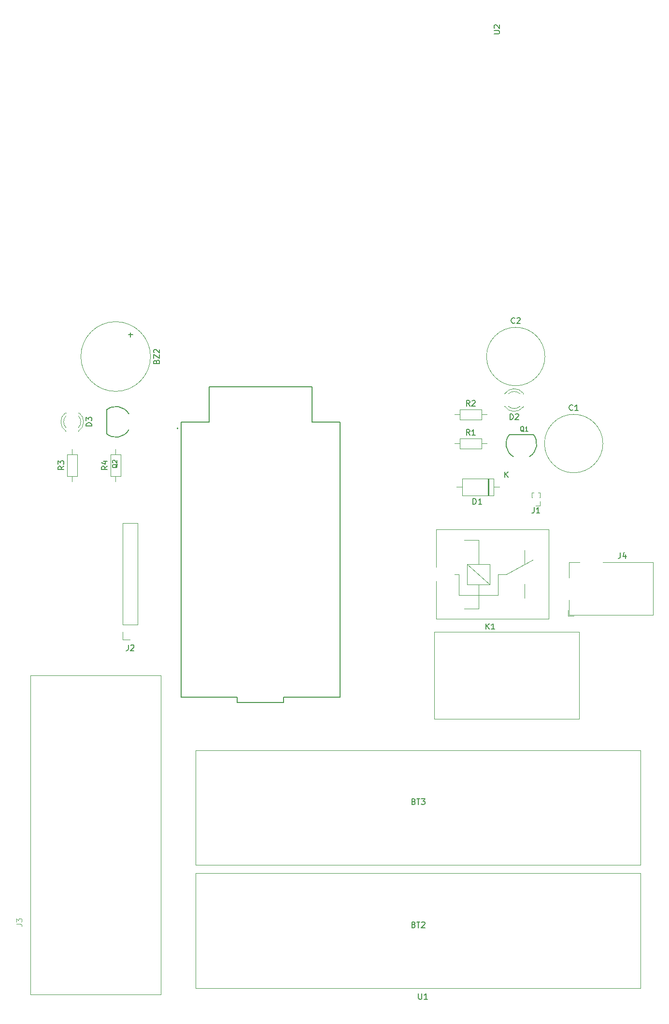
<source format=gbr>
%TF.GenerationSoftware,KiCad,Pcbnew,7.0.8*%
%TF.CreationDate,2023-11-30T20:23:53-05:00*%
%TF.ProjectId,Esquematica Proyecto,45737175-656d-4617-9469-63612050726f,rev?*%
%TF.SameCoordinates,Original*%
%TF.FileFunction,Legend,Top*%
%TF.FilePolarity,Positive*%
%FSLAX46Y46*%
G04 Gerber Fmt 4.6, Leading zero omitted, Abs format (unit mm)*
G04 Created by KiCad (PCBNEW 7.0.8) date 2023-11-30 20:23:53*
%MOMM*%
%LPD*%
G01*
G04 APERTURE LIST*
%ADD10C,0.150000*%
%ADD11C,0.100000*%
%ADD12C,0.120000*%
%ADD13C,0.203200*%
%ADD14C,0.127000*%
%ADD15C,0.200000*%
G04 APERTURE END LIST*
D10*
X75866666Y-80954819D02*
X75866666Y-81669104D01*
X75866666Y-81669104D02*
X75819047Y-81811961D01*
X75819047Y-81811961D02*
X75723809Y-81907200D01*
X75723809Y-81907200D02*
X75580952Y-81954819D01*
X75580952Y-81954819D02*
X75485714Y-81954819D01*
X76295238Y-81050057D02*
X76342857Y-81002438D01*
X76342857Y-81002438D02*
X76438095Y-80954819D01*
X76438095Y-80954819D02*
X76676190Y-80954819D01*
X76676190Y-80954819D02*
X76771428Y-81002438D01*
X76771428Y-81002438D02*
X76819047Y-81050057D01*
X76819047Y-81050057D02*
X76866666Y-81145295D01*
X76866666Y-81145295D02*
X76866666Y-81240533D01*
X76866666Y-81240533D02*
X76819047Y-81383390D01*
X76819047Y-81383390D02*
X76247619Y-81954819D01*
X76247619Y-81954819D02*
X76866666Y-81954819D01*
X72194819Y-49686666D02*
X71718628Y-50019999D01*
X72194819Y-50258094D02*
X71194819Y-50258094D01*
X71194819Y-50258094D02*
X71194819Y-49877142D01*
X71194819Y-49877142D02*
X71242438Y-49781904D01*
X71242438Y-49781904D02*
X71290057Y-49734285D01*
X71290057Y-49734285D02*
X71385295Y-49686666D01*
X71385295Y-49686666D02*
X71528152Y-49686666D01*
X71528152Y-49686666D02*
X71623390Y-49734285D01*
X71623390Y-49734285D02*
X71671009Y-49781904D01*
X71671009Y-49781904D02*
X71718628Y-49877142D01*
X71718628Y-49877142D02*
X71718628Y-50258094D01*
X71528152Y-48829523D02*
X72194819Y-48829523D01*
X71147200Y-49067618D02*
X71861485Y-49305713D01*
X71861485Y-49305713D02*
X71861485Y-48686666D01*
D11*
X56226419Y-129873333D02*
X56940704Y-129873333D01*
X56940704Y-129873333D02*
X57083561Y-129920952D01*
X57083561Y-129920952D02*
X57178800Y-130016190D01*
X57178800Y-130016190D02*
X57226419Y-130159047D01*
X57226419Y-130159047D02*
X57226419Y-130254285D01*
X56226419Y-129492380D02*
X56226419Y-128873333D01*
X56226419Y-128873333D02*
X56607371Y-129206666D01*
X56607371Y-129206666D02*
X56607371Y-129063809D01*
X56607371Y-129063809D02*
X56654990Y-128968571D01*
X56654990Y-128968571D02*
X56702609Y-128920952D01*
X56702609Y-128920952D02*
X56797847Y-128873333D01*
X56797847Y-128873333D02*
X57035942Y-128873333D01*
X57035942Y-128873333D02*
X57131180Y-128920952D01*
X57131180Y-128920952D02*
X57178800Y-128968571D01*
X57178800Y-128968571D02*
X57226419Y-129063809D01*
X57226419Y-129063809D02*
X57226419Y-129349523D01*
X57226419Y-129349523D02*
X57178800Y-129444761D01*
X57178800Y-129444761D02*
X57131180Y-129492380D01*
D10*
X73972215Y-49352314D02*
X73934057Y-49428629D01*
X73934057Y-49428629D02*
X73857743Y-49504944D01*
X73857743Y-49504944D02*
X73743270Y-49619417D01*
X73743270Y-49619417D02*
X73705113Y-49695732D01*
X73705113Y-49695732D02*
X73705113Y-49772047D01*
X73895900Y-49733889D02*
X73857743Y-49810204D01*
X73857743Y-49810204D02*
X73781428Y-49886519D01*
X73781428Y-49886519D02*
X73628798Y-49924677D01*
X73628798Y-49924677D02*
X73361695Y-49924677D01*
X73361695Y-49924677D02*
X73209065Y-49886519D01*
X73209065Y-49886519D02*
X73132750Y-49810204D01*
X73132750Y-49810204D02*
X73094593Y-49733889D01*
X73094593Y-49733889D02*
X73094593Y-49581259D01*
X73094593Y-49581259D02*
X73132750Y-49504944D01*
X73132750Y-49504944D02*
X73209065Y-49428629D01*
X73209065Y-49428629D02*
X73361695Y-49390472D01*
X73361695Y-49390472D02*
X73628798Y-49390472D01*
X73628798Y-49390472D02*
X73781428Y-49428629D01*
X73781428Y-49428629D02*
X73857743Y-49504944D01*
X73857743Y-49504944D02*
X73895900Y-49581259D01*
X73895900Y-49581259D02*
X73895900Y-49733889D01*
X73170908Y-49085213D02*
X73132750Y-49047055D01*
X73132750Y-49047055D02*
X73094593Y-48970740D01*
X73094593Y-48970740D02*
X73094593Y-48779953D01*
X73094593Y-48779953D02*
X73132750Y-48703638D01*
X73132750Y-48703638D02*
X73170908Y-48665480D01*
X73170908Y-48665480D02*
X73247223Y-48627323D01*
X73247223Y-48627323D02*
X73323538Y-48627323D01*
X73323538Y-48627323D02*
X73438010Y-48665480D01*
X73438010Y-48665480D02*
X73895900Y-49123370D01*
X73895900Y-49123370D02*
X73895900Y-48627323D01*
X142771905Y-41504819D02*
X142771905Y-40504819D01*
X142771905Y-40504819D02*
X143010000Y-40504819D01*
X143010000Y-40504819D02*
X143152857Y-40552438D01*
X143152857Y-40552438D02*
X143248095Y-40647676D01*
X143248095Y-40647676D02*
X143295714Y-40742914D01*
X143295714Y-40742914D02*
X143343333Y-40933390D01*
X143343333Y-40933390D02*
X143343333Y-41076247D01*
X143343333Y-41076247D02*
X143295714Y-41266723D01*
X143295714Y-41266723D02*
X143248095Y-41361961D01*
X143248095Y-41361961D02*
X143152857Y-41457200D01*
X143152857Y-41457200D02*
X143010000Y-41504819D01*
X143010000Y-41504819D02*
X142771905Y-41504819D01*
X143724286Y-40600057D02*
X143771905Y-40552438D01*
X143771905Y-40552438D02*
X143867143Y-40504819D01*
X143867143Y-40504819D02*
X144105238Y-40504819D01*
X144105238Y-40504819D02*
X144200476Y-40552438D01*
X144200476Y-40552438D02*
X144248095Y-40600057D01*
X144248095Y-40600057D02*
X144295714Y-40695295D01*
X144295714Y-40695295D02*
X144295714Y-40790533D01*
X144295714Y-40790533D02*
X144248095Y-40933390D01*
X144248095Y-40933390D02*
X143676667Y-41504819D01*
X143676667Y-41504819D02*
X144295714Y-41504819D01*
X145211685Y-43619215D02*
X145135370Y-43581057D01*
X145135370Y-43581057D02*
X145059055Y-43504743D01*
X145059055Y-43504743D02*
X144944582Y-43390270D01*
X144944582Y-43390270D02*
X144868267Y-43352113D01*
X144868267Y-43352113D02*
X144791952Y-43352113D01*
X144830110Y-43542900D02*
X144753795Y-43504743D01*
X144753795Y-43504743D02*
X144677480Y-43428428D01*
X144677480Y-43428428D02*
X144639322Y-43275798D01*
X144639322Y-43275798D02*
X144639322Y-43008695D01*
X144639322Y-43008695D02*
X144677480Y-42856065D01*
X144677480Y-42856065D02*
X144753795Y-42779750D01*
X144753795Y-42779750D02*
X144830110Y-42741593D01*
X144830110Y-42741593D02*
X144982740Y-42741593D01*
X144982740Y-42741593D02*
X145059055Y-42779750D01*
X145059055Y-42779750D02*
X145135370Y-42856065D01*
X145135370Y-42856065D02*
X145173527Y-43008695D01*
X145173527Y-43008695D02*
X145173527Y-43275798D01*
X145173527Y-43275798D02*
X145135370Y-43428428D01*
X145135370Y-43428428D02*
X145059055Y-43504743D01*
X145059055Y-43504743D02*
X144982740Y-43542900D01*
X144982740Y-43542900D02*
X144830110Y-43542900D01*
X145936676Y-43542900D02*
X145478786Y-43542900D01*
X145707731Y-43542900D02*
X145707731Y-42741593D01*
X145707731Y-42741593D02*
X145631416Y-42856065D01*
X145631416Y-42856065D02*
X145555101Y-42932380D01*
X145555101Y-42932380D02*
X145478786Y-42970538D01*
X138561905Y-78224819D02*
X138561905Y-77224819D01*
X139133333Y-78224819D02*
X138704762Y-77653390D01*
X139133333Y-77224819D02*
X138561905Y-77796247D01*
X140085714Y-78224819D02*
X139514286Y-78224819D01*
X139800000Y-78224819D02*
X139800000Y-77224819D01*
X139800000Y-77224819D02*
X139704762Y-77367676D01*
X139704762Y-77367676D02*
X139609524Y-77462914D01*
X139609524Y-77462914D02*
X139514286Y-77510533D01*
X135723333Y-39164819D02*
X135390000Y-38688628D01*
X135151905Y-39164819D02*
X135151905Y-38164819D01*
X135151905Y-38164819D02*
X135532857Y-38164819D01*
X135532857Y-38164819D02*
X135628095Y-38212438D01*
X135628095Y-38212438D02*
X135675714Y-38260057D01*
X135675714Y-38260057D02*
X135723333Y-38355295D01*
X135723333Y-38355295D02*
X135723333Y-38498152D01*
X135723333Y-38498152D02*
X135675714Y-38593390D01*
X135675714Y-38593390D02*
X135628095Y-38641009D01*
X135628095Y-38641009D02*
X135532857Y-38688628D01*
X135532857Y-38688628D02*
X135151905Y-38688628D01*
X136104286Y-38260057D02*
X136151905Y-38212438D01*
X136151905Y-38212438D02*
X136247143Y-38164819D01*
X136247143Y-38164819D02*
X136485238Y-38164819D01*
X136485238Y-38164819D02*
X136580476Y-38212438D01*
X136580476Y-38212438D02*
X136628095Y-38260057D01*
X136628095Y-38260057D02*
X136675714Y-38355295D01*
X136675714Y-38355295D02*
X136675714Y-38450533D01*
X136675714Y-38450533D02*
X136628095Y-38593390D01*
X136628095Y-38593390D02*
X136056667Y-39164819D01*
X136056667Y-39164819D02*
X136675714Y-39164819D01*
X143613333Y-24579580D02*
X143565714Y-24627200D01*
X143565714Y-24627200D02*
X143422857Y-24674819D01*
X143422857Y-24674819D02*
X143327619Y-24674819D01*
X143327619Y-24674819D02*
X143184762Y-24627200D01*
X143184762Y-24627200D02*
X143089524Y-24531961D01*
X143089524Y-24531961D02*
X143041905Y-24436723D01*
X143041905Y-24436723D02*
X142994286Y-24246247D01*
X142994286Y-24246247D02*
X142994286Y-24103390D01*
X142994286Y-24103390D02*
X143041905Y-23912914D01*
X143041905Y-23912914D02*
X143089524Y-23817676D01*
X143089524Y-23817676D02*
X143184762Y-23722438D01*
X143184762Y-23722438D02*
X143327619Y-23674819D01*
X143327619Y-23674819D02*
X143422857Y-23674819D01*
X143422857Y-23674819D02*
X143565714Y-23722438D01*
X143565714Y-23722438D02*
X143613333Y-23770057D01*
X143994286Y-23770057D02*
X144041905Y-23722438D01*
X144041905Y-23722438D02*
X144137143Y-23674819D01*
X144137143Y-23674819D02*
X144375238Y-23674819D01*
X144375238Y-23674819D02*
X144470476Y-23722438D01*
X144470476Y-23722438D02*
X144518095Y-23770057D01*
X144518095Y-23770057D02*
X144565714Y-23865295D01*
X144565714Y-23865295D02*
X144565714Y-23960533D01*
X144565714Y-23960533D02*
X144518095Y-24103390D01*
X144518095Y-24103390D02*
X143946667Y-24674819D01*
X143946667Y-24674819D02*
X144565714Y-24674819D01*
X80791009Y-31350952D02*
X80838628Y-31208095D01*
X80838628Y-31208095D02*
X80886247Y-31160476D01*
X80886247Y-31160476D02*
X80981485Y-31112857D01*
X80981485Y-31112857D02*
X81124342Y-31112857D01*
X81124342Y-31112857D02*
X81219580Y-31160476D01*
X81219580Y-31160476D02*
X81267200Y-31208095D01*
X81267200Y-31208095D02*
X81314819Y-31303333D01*
X81314819Y-31303333D02*
X81314819Y-31684285D01*
X81314819Y-31684285D02*
X80314819Y-31684285D01*
X80314819Y-31684285D02*
X80314819Y-31350952D01*
X80314819Y-31350952D02*
X80362438Y-31255714D01*
X80362438Y-31255714D02*
X80410057Y-31208095D01*
X80410057Y-31208095D02*
X80505295Y-31160476D01*
X80505295Y-31160476D02*
X80600533Y-31160476D01*
X80600533Y-31160476D02*
X80695771Y-31208095D01*
X80695771Y-31208095D02*
X80743390Y-31255714D01*
X80743390Y-31255714D02*
X80791009Y-31350952D01*
X80791009Y-31350952D02*
X80791009Y-31684285D01*
X80314819Y-30779523D02*
X80314819Y-30112857D01*
X80314819Y-30112857D02*
X81314819Y-30779523D01*
X81314819Y-30779523D02*
X81314819Y-30112857D01*
X80410057Y-29779523D02*
X80362438Y-29731904D01*
X80362438Y-29731904D02*
X80314819Y-29636666D01*
X80314819Y-29636666D02*
X80314819Y-29398571D01*
X80314819Y-29398571D02*
X80362438Y-29303333D01*
X80362438Y-29303333D02*
X80410057Y-29255714D01*
X80410057Y-29255714D02*
X80505295Y-29208095D01*
X80505295Y-29208095D02*
X80600533Y-29208095D01*
X80600533Y-29208095D02*
X80743390Y-29255714D01*
X80743390Y-29255714D02*
X81314819Y-29827142D01*
X81314819Y-29827142D02*
X81314819Y-29208095D01*
X76273866Y-27040951D02*
X76273866Y-26279047D01*
X76654819Y-26659999D02*
X75892914Y-26659999D01*
X69454819Y-42638094D02*
X68454819Y-42638094D01*
X68454819Y-42638094D02*
X68454819Y-42399999D01*
X68454819Y-42399999D02*
X68502438Y-42257142D01*
X68502438Y-42257142D02*
X68597676Y-42161904D01*
X68597676Y-42161904D02*
X68692914Y-42114285D01*
X68692914Y-42114285D02*
X68883390Y-42066666D01*
X68883390Y-42066666D02*
X69026247Y-42066666D01*
X69026247Y-42066666D02*
X69216723Y-42114285D01*
X69216723Y-42114285D02*
X69311961Y-42161904D01*
X69311961Y-42161904D02*
X69407200Y-42257142D01*
X69407200Y-42257142D02*
X69454819Y-42399999D01*
X69454819Y-42399999D02*
X69454819Y-42638094D01*
X68454819Y-41733332D02*
X68454819Y-41114285D01*
X68454819Y-41114285D02*
X68835771Y-41447618D01*
X68835771Y-41447618D02*
X68835771Y-41304761D01*
X68835771Y-41304761D02*
X68883390Y-41209523D01*
X68883390Y-41209523D02*
X68931009Y-41161904D01*
X68931009Y-41161904D02*
X69026247Y-41114285D01*
X69026247Y-41114285D02*
X69264342Y-41114285D01*
X69264342Y-41114285D02*
X69359580Y-41161904D01*
X69359580Y-41161904D02*
X69407200Y-41209523D01*
X69407200Y-41209523D02*
X69454819Y-41304761D01*
X69454819Y-41304761D02*
X69454819Y-41590475D01*
X69454819Y-41590475D02*
X69407200Y-41685713D01*
X69407200Y-41685713D02*
X69359580Y-41733332D01*
X153773333Y-39819580D02*
X153725714Y-39867200D01*
X153725714Y-39867200D02*
X153582857Y-39914819D01*
X153582857Y-39914819D02*
X153487619Y-39914819D01*
X153487619Y-39914819D02*
X153344762Y-39867200D01*
X153344762Y-39867200D02*
X153249524Y-39771961D01*
X153249524Y-39771961D02*
X153201905Y-39676723D01*
X153201905Y-39676723D02*
X153154286Y-39486247D01*
X153154286Y-39486247D02*
X153154286Y-39343390D01*
X153154286Y-39343390D02*
X153201905Y-39152914D01*
X153201905Y-39152914D02*
X153249524Y-39057676D01*
X153249524Y-39057676D02*
X153344762Y-38962438D01*
X153344762Y-38962438D02*
X153487619Y-38914819D01*
X153487619Y-38914819D02*
X153582857Y-38914819D01*
X153582857Y-38914819D02*
X153725714Y-38962438D01*
X153725714Y-38962438D02*
X153773333Y-39010057D01*
X154725714Y-39914819D02*
X154154286Y-39914819D01*
X154440000Y-39914819D02*
X154440000Y-38914819D01*
X154440000Y-38914819D02*
X154344762Y-39057676D01*
X154344762Y-39057676D02*
X154249524Y-39152914D01*
X154249524Y-39152914D02*
X154154286Y-39200533D01*
X125899285Y-129951009D02*
X126042142Y-129998628D01*
X126042142Y-129998628D02*
X126089761Y-130046247D01*
X126089761Y-130046247D02*
X126137380Y-130141485D01*
X126137380Y-130141485D02*
X126137380Y-130284342D01*
X126137380Y-130284342D02*
X126089761Y-130379580D01*
X126089761Y-130379580D02*
X126042142Y-130427200D01*
X126042142Y-130427200D02*
X125946904Y-130474819D01*
X125946904Y-130474819D02*
X125565952Y-130474819D01*
X125565952Y-130474819D02*
X125565952Y-129474819D01*
X125565952Y-129474819D02*
X125899285Y-129474819D01*
X125899285Y-129474819D02*
X125994523Y-129522438D01*
X125994523Y-129522438D02*
X126042142Y-129570057D01*
X126042142Y-129570057D02*
X126089761Y-129665295D01*
X126089761Y-129665295D02*
X126089761Y-129760533D01*
X126089761Y-129760533D02*
X126042142Y-129855771D01*
X126042142Y-129855771D02*
X125994523Y-129903390D01*
X125994523Y-129903390D02*
X125899285Y-129951009D01*
X125899285Y-129951009D02*
X125565952Y-129951009D01*
X126423095Y-129474819D02*
X126994523Y-129474819D01*
X126708809Y-130474819D02*
X126708809Y-129474819D01*
X127280238Y-129570057D02*
X127327857Y-129522438D01*
X127327857Y-129522438D02*
X127423095Y-129474819D01*
X127423095Y-129474819D02*
X127661190Y-129474819D01*
X127661190Y-129474819D02*
X127756428Y-129522438D01*
X127756428Y-129522438D02*
X127804047Y-129570057D01*
X127804047Y-129570057D02*
X127851666Y-129665295D01*
X127851666Y-129665295D02*
X127851666Y-129760533D01*
X127851666Y-129760533D02*
X127804047Y-129903390D01*
X127804047Y-129903390D02*
X127232619Y-130474819D01*
X127232619Y-130474819D02*
X127851666Y-130474819D01*
X135723333Y-44244819D02*
X135390000Y-43768628D01*
X135151905Y-44244819D02*
X135151905Y-43244819D01*
X135151905Y-43244819D02*
X135532857Y-43244819D01*
X135532857Y-43244819D02*
X135628095Y-43292438D01*
X135628095Y-43292438D02*
X135675714Y-43340057D01*
X135675714Y-43340057D02*
X135723333Y-43435295D01*
X135723333Y-43435295D02*
X135723333Y-43578152D01*
X135723333Y-43578152D02*
X135675714Y-43673390D01*
X135675714Y-43673390D02*
X135628095Y-43721009D01*
X135628095Y-43721009D02*
X135532857Y-43768628D01*
X135532857Y-43768628D02*
X135151905Y-43768628D01*
X136675714Y-44244819D02*
X136104286Y-44244819D01*
X136390000Y-44244819D02*
X136390000Y-43244819D01*
X136390000Y-43244819D02*
X136294762Y-43387676D01*
X136294762Y-43387676D02*
X136199524Y-43482914D01*
X136199524Y-43482914D02*
X136104286Y-43530533D01*
X139959819Y26033095D02*
X140769342Y26033095D01*
X140769342Y26033095D02*
X140864580Y26080714D01*
X140864580Y26080714D02*
X140912200Y26128333D01*
X140912200Y26128333D02*
X140959819Y26223571D01*
X140959819Y26223571D02*
X140959819Y26414047D01*
X140959819Y26414047D02*
X140912200Y26509285D01*
X140912200Y26509285D02*
X140864580Y26556904D01*
X140864580Y26556904D02*
X140769342Y26604523D01*
X140769342Y26604523D02*
X139959819Y26604523D01*
X140055057Y27033095D02*
X140007438Y27080714D01*
X140007438Y27080714D02*
X139959819Y27175952D01*
X139959819Y27175952D02*
X139959819Y27414047D01*
X139959819Y27414047D02*
X140007438Y27509285D01*
X140007438Y27509285D02*
X140055057Y27556904D01*
X140055057Y27556904D02*
X140150295Y27604523D01*
X140150295Y27604523D02*
X140245533Y27604523D01*
X140245533Y27604523D02*
X140388390Y27556904D01*
X140388390Y27556904D02*
X140959819Y26985476D01*
X140959819Y26985476D02*
X140959819Y27604523D01*
X126738095Y-142014819D02*
X126738095Y-142824342D01*
X126738095Y-142824342D02*
X126785714Y-142919580D01*
X126785714Y-142919580D02*
X126833333Y-142967200D01*
X126833333Y-142967200D02*
X126928571Y-143014819D01*
X126928571Y-143014819D02*
X127119047Y-143014819D01*
X127119047Y-143014819D02*
X127214285Y-142967200D01*
X127214285Y-142967200D02*
X127261904Y-142919580D01*
X127261904Y-142919580D02*
X127309523Y-142824342D01*
X127309523Y-142824342D02*
X127309523Y-142014819D01*
X128309523Y-143014819D02*
X127738095Y-143014819D01*
X128023809Y-143014819D02*
X128023809Y-142014819D01*
X128023809Y-142014819D02*
X127928571Y-142157676D01*
X127928571Y-142157676D02*
X127833333Y-142252914D01*
X127833333Y-142252914D02*
X127738095Y-142300533D01*
X162136666Y-64814819D02*
X162136666Y-65529104D01*
X162136666Y-65529104D02*
X162089047Y-65671961D01*
X162089047Y-65671961D02*
X161993809Y-65767200D01*
X161993809Y-65767200D02*
X161850952Y-65814819D01*
X161850952Y-65814819D02*
X161755714Y-65814819D01*
X163041428Y-65148152D02*
X163041428Y-65814819D01*
X162803333Y-64767200D02*
X162565238Y-65481485D01*
X162565238Y-65481485D02*
X163184285Y-65481485D01*
X136294905Y-56334819D02*
X136294905Y-55334819D01*
X136294905Y-55334819D02*
X136533000Y-55334819D01*
X136533000Y-55334819D02*
X136675857Y-55382438D01*
X136675857Y-55382438D02*
X136771095Y-55477676D01*
X136771095Y-55477676D02*
X136818714Y-55572914D01*
X136818714Y-55572914D02*
X136866333Y-55763390D01*
X136866333Y-55763390D02*
X136866333Y-55906247D01*
X136866333Y-55906247D02*
X136818714Y-56096723D01*
X136818714Y-56096723D02*
X136771095Y-56191961D01*
X136771095Y-56191961D02*
X136675857Y-56287200D01*
X136675857Y-56287200D02*
X136533000Y-56334819D01*
X136533000Y-56334819D02*
X136294905Y-56334819D01*
X137818714Y-56334819D02*
X137247286Y-56334819D01*
X137533000Y-56334819D02*
X137533000Y-55334819D01*
X137533000Y-55334819D02*
X137437762Y-55477676D01*
X137437762Y-55477676D02*
X137342524Y-55572914D01*
X137342524Y-55572914D02*
X137247286Y-55620533D01*
X141851095Y-51635819D02*
X141851095Y-50635819D01*
X142422523Y-51635819D02*
X141993952Y-51064390D01*
X142422523Y-50635819D02*
X141851095Y-51207247D01*
X125899285Y-108401009D02*
X126042142Y-108448628D01*
X126042142Y-108448628D02*
X126089761Y-108496247D01*
X126089761Y-108496247D02*
X126137380Y-108591485D01*
X126137380Y-108591485D02*
X126137380Y-108734342D01*
X126137380Y-108734342D02*
X126089761Y-108829580D01*
X126089761Y-108829580D02*
X126042142Y-108877200D01*
X126042142Y-108877200D02*
X125946904Y-108924819D01*
X125946904Y-108924819D02*
X125565952Y-108924819D01*
X125565952Y-108924819D02*
X125565952Y-107924819D01*
X125565952Y-107924819D02*
X125899285Y-107924819D01*
X125899285Y-107924819D02*
X125994523Y-107972438D01*
X125994523Y-107972438D02*
X126042142Y-108020057D01*
X126042142Y-108020057D02*
X126089761Y-108115295D01*
X126089761Y-108115295D02*
X126089761Y-108210533D01*
X126089761Y-108210533D02*
X126042142Y-108305771D01*
X126042142Y-108305771D02*
X125994523Y-108353390D01*
X125994523Y-108353390D02*
X125899285Y-108401009D01*
X125899285Y-108401009D02*
X125565952Y-108401009D01*
X126423095Y-107924819D02*
X126994523Y-107924819D01*
X126708809Y-108924819D02*
X126708809Y-107924819D01*
X127232619Y-107924819D02*
X127851666Y-107924819D01*
X127851666Y-107924819D02*
X127518333Y-108305771D01*
X127518333Y-108305771D02*
X127661190Y-108305771D01*
X127661190Y-108305771D02*
X127756428Y-108353390D01*
X127756428Y-108353390D02*
X127804047Y-108401009D01*
X127804047Y-108401009D02*
X127851666Y-108496247D01*
X127851666Y-108496247D02*
X127851666Y-108734342D01*
X127851666Y-108734342D02*
X127804047Y-108829580D01*
X127804047Y-108829580D02*
X127756428Y-108877200D01*
X127756428Y-108877200D02*
X127661190Y-108924819D01*
X127661190Y-108924819D02*
X127375476Y-108924819D01*
X127375476Y-108924819D02*
X127280238Y-108877200D01*
X127280238Y-108877200D02*
X127232619Y-108829580D01*
X146986666Y-56884819D02*
X146986666Y-57599104D01*
X146986666Y-57599104D02*
X146939047Y-57741961D01*
X146939047Y-57741961D02*
X146843809Y-57837200D01*
X146843809Y-57837200D02*
X146700952Y-57884819D01*
X146700952Y-57884819D02*
X146605714Y-57884819D01*
X147986666Y-57884819D02*
X147415238Y-57884819D01*
X147700952Y-57884819D02*
X147700952Y-56884819D01*
X147700952Y-56884819D02*
X147605714Y-57027676D01*
X147605714Y-57027676D02*
X147510476Y-57122914D01*
X147510476Y-57122914D02*
X147415238Y-57170533D01*
X64574819Y-49686666D02*
X64098628Y-50019999D01*
X64574819Y-50258094D02*
X63574819Y-50258094D01*
X63574819Y-50258094D02*
X63574819Y-49877142D01*
X63574819Y-49877142D02*
X63622438Y-49781904D01*
X63622438Y-49781904D02*
X63670057Y-49734285D01*
X63670057Y-49734285D02*
X63765295Y-49686666D01*
X63765295Y-49686666D02*
X63908152Y-49686666D01*
X63908152Y-49686666D02*
X64003390Y-49734285D01*
X64003390Y-49734285D02*
X64051009Y-49781904D01*
X64051009Y-49781904D02*
X64098628Y-49877142D01*
X64098628Y-49877142D02*
X64098628Y-50258094D01*
X63574819Y-49353332D02*
X63574819Y-48734285D01*
X63574819Y-48734285D02*
X63955771Y-49067618D01*
X63955771Y-49067618D02*
X63955771Y-48924761D01*
X63955771Y-48924761D02*
X64003390Y-48829523D01*
X64003390Y-48829523D02*
X64051009Y-48781904D01*
X64051009Y-48781904D02*
X64146247Y-48734285D01*
X64146247Y-48734285D02*
X64384342Y-48734285D01*
X64384342Y-48734285D02*
X64479580Y-48781904D01*
X64479580Y-48781904D02*
X64527200Y-48829523D01*
X64527200Y-48829523D02*
X64574819Y-48924761D01*
X64574819Y-48924761D02*
X64574819Y-49210475D01*
X64574819Y-49210475D02*
X64527200Y-49305713D01*
X64527200Y-49305713D02*
X64479580Y-49353332D01*
D12*
%TO.C,J2*%
X77530000Y-77460000D02*
X77530000Y-59620000D01*
X77530000Y-77460000D02*
X74870000Y-77460000D01*
X77530000Y-59620000D02*
X74870000Y-59620000D01*
X76200000Y-80060000D02*
X74870000Y-80060000D01*
X74870000Y-80060000D02*
X74870000Y-78730000D01*
X74870000Y-77460000D02*
X74870000Y-59620000D01*
%TO.C,R4*%
X73660000Y-52390000D02*
X73660000Y-51440000D01*
X72740000Y-51440000D02*
X74580000Y-51440000D01*
X74580000Y-51440000D02*
X74580000Y-47600000D01*
X72740000Y-47600000D02*
X72740000Y-51440000D01*
X74580000Y-47600000D02*
X72740000Y-47600000D01*
X73660000Y-46650000D02*
X73660000Y-47600000D01*
D11*
%TO.C,J3*%
X58700000Y-142230000D02*
X81560000Y-142230000D01*
X81560000Y-142230000D02*
X81560000Y-86350000D01*
X81560000Y-86350000D02*
X58700000Y-86350000D01*
X58700000Y-86350000D02*
X58700000Y-142230000D01*
D13*
%TO.C,Q2*%
X72060000Y-39800000D02*
X72060000Y-44000000D01*
X75960000Y-40500000D02*
G75*
G03*
X72060000Y-39800000I-2253944J-1343401D01*
G01*
X72060000Y-44000000D02*
G75*
G03*
X75959999Y-43300000I1655264J1992100D01*
G01*
D12*
%TO.C,D2*%
X145070000Y-39326000D02*
X145070000Y-39170000D01*
X145070000Y-37010000D02*
X145070000Y-36854000D01*
X141837666Y-39168608D02*
G75*
G03*
X145069999Y-39325515I1672334J1078608D01*
G01*
X142468871Y-39169836D02*
G75*
G03*
X144550960Y-39169999I1041129J1079836D01*
G01*
X144550960Y-37010001D02*
G75*
G03*
X142468871Y-37010164I-1040960J-1079999D01*
G01*
X145069999Y-36854485D02*
G75*
G03*
X141837666Y-37011392I-1559999J-1235515D01*
G01*
D13*
%TO.C,Q1*%
X146880000Y-44110000D02*
X142680000Y-44110000D01*
X146180000Y-48010000D02*
G75*
G03*
X146880000Y-44110000I-1343401J2253944D01*
G01*
X142680000Y-44110000D02*
G75*
G03*
X143380000Y-48009999I1992100J-1655264D01*
G01*
D12*
%TO.C,K1*%
X129800000Y-60770000D02*
X129800000Y-67370000D01*
X129800000Y-60770000D02*
X149600000Y-60770000D01*
X129800000Y-69770000D02*
X129800000Y-76370000D01*
X133850000Y-68620000D02*
X133050000Y-68620000D01*
X133850000Y-68620000D02*
X133850000Y-72220000D01*
X134750000Y-74620000D02*
X137250000Y-74620000D01*
X135250000Y-66820000D02*
X139250000Y-66820000D01*
X135250000Y-70420000D02*
X135250000Y-66820000D01*
X137250000Y-62620000D02*
X134750000Y-62620000D01*
X137250000Y-62620000D02*
X137250000Y-66820000D01*
X137250000Y-70420000D02*
X137250000Y-74620000D01*
X139250000Y-66820000D02*
X139250000Y-70420000D01*
X139250000Y-70420000D02*
X135250000Y-66820000D01*
X139250000Y-70420000D02*
X135250000Y-70420000D01*
X140650000Y-68620000D02*
X140650000Y-72220000D01*
X140650000Y-68620000D02*
X142150000Y-68620000D01*
X140650000Y-72220000D02*
X133850000Y-72220000D01*
X142150000Y-68620000D02*
X146750000Y-66120000D01*
X145350000Y-64370000D02*
X145350000Y-66870000D01*
X145350000Y-72770000D02*
X145350000Y-70320000D01*
X149600000Y-60770000D02*
X149600000Y-76370000D01*
X149600000Y-76370000D02*
X129800000Y-76370000D01*
%TO.C,R2*%
X133020000Y-40630000D02*
X133970000Y-40630000D01*
X133970000Y-39710000D02*
X133970000Y-41550000D01*
X133970000Y-41550000D02*
X137810000Y-41550000D01*
X137810000Y-39710000D02*
X133970000Y-39710000D01*
X137810000Y-41550000D02*
X137810000Y-39710000D01*
X138760000Y-40630000D02*
X137810000Y-40630000D01*
%TO.C,C2*%
X148900000Y-30470000D02*
G75*
G03*
X148900000Y-30470000I-5120000J0D01*
G01*
%TO.C,BZ2*%
X79760000Y-30470000D02*
G75*
G03*
X79760000Y-30470000I-6100000J0D01*
G01*
%TO.C,D3*%
X67276000Y-40340000D02*
X67120000Y-40340000D01*
X64960000Y-40340000D02*
X64804000Y-40340000D01*
X67118608Y-43572334D02*
G75*
G03*
X67275515Y-40340001I-1078608J1672334D01*
G01*
X67119836Y-42941129D02*
G75*
G03*
X67119999Y-40859040I-1079836J1041129D01*
G01*
X64960001Y-40859040D02*
G75*
G03*
X64960164Y-42941129I1079999J-1040960D01*
G01*
X64804485Y-40340001D02*
G75*
G03*
X64961392Y-43572334I1235515J-1559999D01*
G01*
%TO.C,C1*%
X159060000Y-45710000D02*
G75*
G03*
X159060000Y-45710000I-5120000J0D01*
G01*
%TO.C,BT2*%
X165685000Y-141070000D02*
X87685000Y-141070000D01*
X165685000Y-120970000D02*
X165685000Y-141070000D01*
X87685000Y-141070000D02*
X87685000Y-120970000D01*
X87685000Y-120970000D02*
X165685000Y-120970000D01*
%TO.C,R1*%
X133020000Y-45710000D02*
X133970000Y-45710000D01*
X133970000Y-44790000D02*
X133970000Y-46630000D01*
X133970000Y-46630000D02*
X137810000Y-46630000D01*
X137810000Y-44790000D02*
X133970000Y-44790000D01*
X137810000Y-46630000D02*
X137810000Y-44790000D01*
X138760000Y-45710000D02*
X137810000Y-45710000D01*
%TO.C,U2*%
X129540000Y-93970000D02*
X154940000Y-93970000D01*
X154940000Y-93970000D02*
X154940000Y-78730000D01*
X154940000Y-78730000D02*
X129540000Y-78730000D01*
X129540000Y-78730000D02*
X129540000Y-93970000D01*
D14*
%TO.C,U1*%
X85110000Y-41930000D02*
X85110000Y-90130000D01*
X85110000Y-90130000D02*
X94990000Y-90130000D01*
X90060000Y-35730000D02*
X108060000Y-35730000D01*
X90060000Y-41930000D02*
X85110000Y-41930000D01*
X90060000Y-41930000D02*
X90060000Y-35730000D01*
X94990000Y-90130000D02*
X94990000Y-91030000D01*
X94990000Y-91030000D02*
X103120000Y-91030000D01*
X103120000Y-90130000D02*
X113010000Y-90130000D01*
X103120000Y-91030000D02*
X103120000Y-90130000D01*
X108060000Y-35730000D02*
X108060000Y-41930000D01*
X113010000Y-41930000D02*
X108060000Y-41930000D01*
X113010000Y-90130000D02*
X113010000Y-41930000D01*
D15*
X84590000Y-43060000D02*
G75*
G03*
X84590000Y-43060000I-100000J0D01*
G01*
D12*
%TO.C,J4*%
X167820000Y-75710000D02*
X153120000Y-75710000D01*
X167820000Y-66510000D02*
X167820000Y-75710000D01*
X159020000Y-66510000D02*
X167820000Y-66510000D01*
X153970000Y-75910000D02*
X152920000Y-75910000D01*
X153120000Y-75710000D02*
X153120000Y-73110000D01*
X153120000Y-69210000D02*
X153120000Y-66510000D01*
X153120000Y-66510000D02*
X155020000Y-66510000D01*
X152920000Y-74860000D02*
X152920000Y-75910000D01*
%TO.C,D1*%
X140900000Y-53330000D02*
X139880000Y-53330000D01*
X139880000Y-54800000D02*
X139880000Y-51860000D01*
X139880000Y-51860000D02*
X134440000Y-51860000D01*
X139100000Y-54800000D02*
X139100000Y-51860000D01*
X138980000Y-54800000D02*
X138980000Y-51860000D01*
X138860000Y-54800000D02*
X138860000Y-51860000D01*
X134440000Y-54800000D02*
X139880000Y-54800000D01*
X134440000Y-51860000D02*
X134440000Y-54800000D01*
X133420000Y-53330000D02*
X134440000Y-53330000D01*
%TO.C,BT3*%
X165685000Y-119520000D02*
X87685000Y-119520000D01*
X165685000Y-99420000D02*
X165685000Y-119520000D01*
X87685000Y-119520000D02*
X87685000Y-99420000D01*
X87685000Y-99420000D02*
X165685000Y-99420000D01*
%TO.C,J1*%
X148015000Y-56555000D02*
X147320000Y-56555000D01*
X148015000Y-55870000D02*
X148015000Y-56555000D01*
X148015000Y-55185000D02*
X148015000Y-54310000D01*
X148015000Y-55185000D02*
X147928276Y-55185000D01*
X148015000Y-54310000D02*
X147714493Y-54310000D01*
X146925507Y-54310000D02*
X146625000Y-54310000D01*
X146711724Y-55185000D02*
X146625000Y-55185000D01*
X146625000Y-55185000D02*
X146625000Y-54310000D01*
%TO.C,R3*%
X66040000Y-52390000D02*
X66040000Y-51440000D01*
X65120000Y-51440000D02*
X66960000Y-51440000D01*
X66960000Y-51440000D02*
X66960000Y-47600000D01*
X65120000Y-47600000D02*
X65120000Y-51440000D01*
X66960000Y-47600000D02*
X65120000Y-47600000D01*
X66040000Y-46650000D02*
X66040000Y-47600000D01*
%TD*%
M02*

</source>
